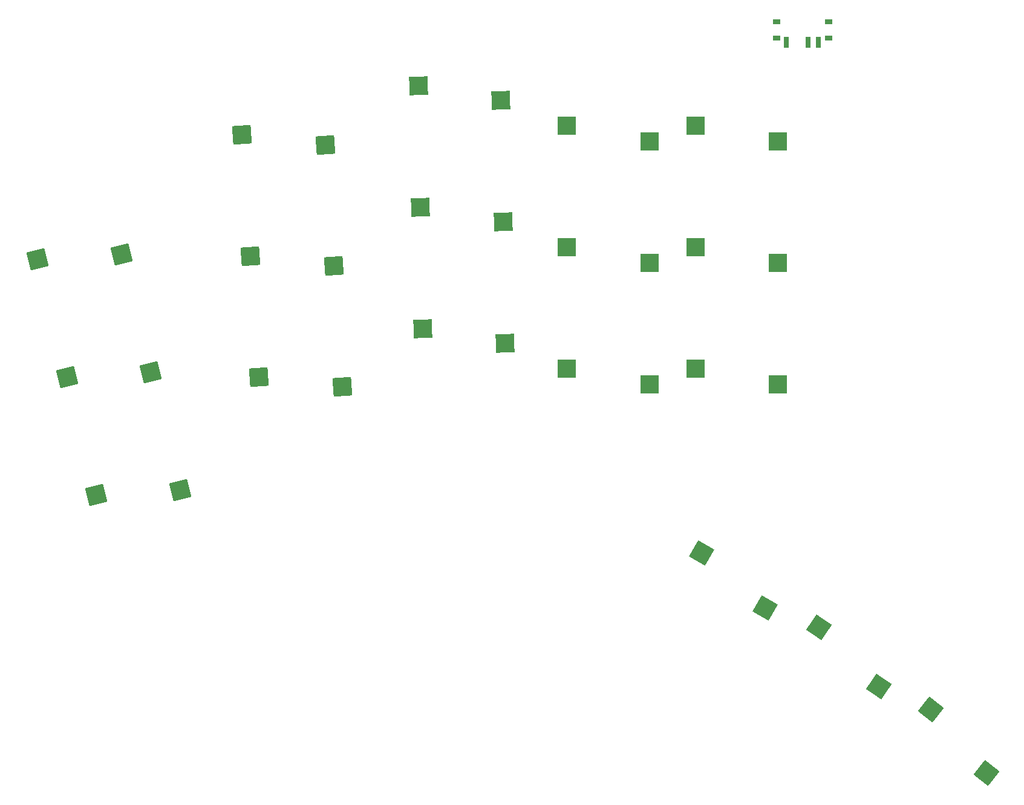
<source format=gbr>
%TF.GenerationSoftware,KiCad,Pcbnew,(6.0.5)*%
%TF.CreationDate,2022-05-07T21:13:44-04:00*%
%TF.ProjectId,main,6d61696e-2e6b-4696-9361-645f70636258,VERSION_HERE*%
%TF.SameCoordinates,Original*%
%TF.FileFunction,Paste,Bot*%
%TF.FilePolarity,Positive*%
%FSLAX46Y46*%
G04 Gerber Fmt 4.6, Leading zero omitted, Abs format (unit mm)*
G04 Created by KiCad (PCBNEW (6.0.5)) date 2022-05-07 21:13:44*
%MOMM*%
%LPD*%
G01*
G04 APERTURE LIST*
G04 Aperture macros list*
%AMRotRect*
0 Rectangle, with rotation*
0 The origin of the aperture is its center*
0 $1 length*
0 $2 width*
0 $3 Rotation angle, in degrees counterclockwise*
0 Add horizontal line*
21,1,$1,$2,0,0,$3*%
G04 Aperture macros list end*
%ADD10RotRect,2.600000X2.600000X14.000000*%
%ADD11RotRect,2.600000X2.600000X4.000000*%
%ADD12RotRect,2.600000X2.600000X1.000000*%
%ADD13R,2.600000X2.600000*%
%ADD14RotRect,2.600000X2.600000X330.000000*%
%ADD15RotRect,2.600000X2.600000X326.000000*%
%ADD16RotRect,2.600000X2.600000X322.000000*%
%ADD17R,1.000000X0.800000*%
%ADD18R,0.700000X1.500000*%
G04 APERTURE END LIST*
D10*
%TO.C,S1*%
X164861957Y-165099454D03*
X153122813Y-165759002D03*
%TD*%
%TO.C,S3*%
X160749285Y-148604427D03*
X149010141Y-149263975D03*
%TD*%
%TO.C,S5*%
X156636612Y-132109399D03*
X144897468Y-132768947D03*
%TD*%
D11*
%TO.C,S7*%
X187571397Y-150670862D03*
X175896068Y-149281908D03*
%TD*%
%TO.C,S9*%
X186385537Y-133712274D03*
X174710208Y-132323320D03*
%TD*%
%TO.C,S11*%
X185199677Y-116753685D03*
X173524348Y-115364731D03*
%TD*%
D12*
%TO.C,S13*%
X210381625Y-144502895D03*
X198794989Y-142504806D03*
%TD*%
%TO.C,S15*%
X210084934Y-127505484D03*
X198498298Y-125507395D03*
%TD*%
%TO.C,S17*%
X209788243Y-110508074D03*
X198201607Y-108509985D03*
%TD*%
D13*
%TO.C,S19*%
X230550000Y-150296781D03*
X219000000Y-148096781D03*
%TD*%
%TO.C,S21*%
X230550000Y-133296781D03*
X219000000Y-131096781D03*
%TD*%
%TO.C,S23*%
X230550000Y-116296781D03*
X219000000Y-114096781D03*
%TD*%
%TO.C,S25*%
X248550000Y-150296781D03*
X237000000Y-148096781D03*
%TD*%
%TO.C,S27*%
X248550000Y-133296781D03*
X237000000Y-131096781D03*
%TD*%
%TO.C,S29*%
X248550000Y-116296781D03*
X237000000Y-114096781D03*
%TD*%
D14*
%TO.C,S31*%
X246781327Y-181629872D03*
X237878734Y-173949616D03*
%TD*%
D15*
%TO.C,S33*%
X262651709Y-192624422D03*
X254306550Y-184341862D03*
%TD*%
D16*
%TO.C,S35*%
X277716491Y-204699253D03*
X269969422Y-195854740D03*
%TD*%
D17*
%TO.C,*%
X248339967Y-101744967D03*
X255639967Y-101744967D03*
X255639967Y-99534967D03*
X248339967Y-99534967D03*
D18*
X254239967Y-102394967D03*
X252739967Y-102394967D03*
X249739967Y-102394967D03*
%TD*%
M02*

</source>
